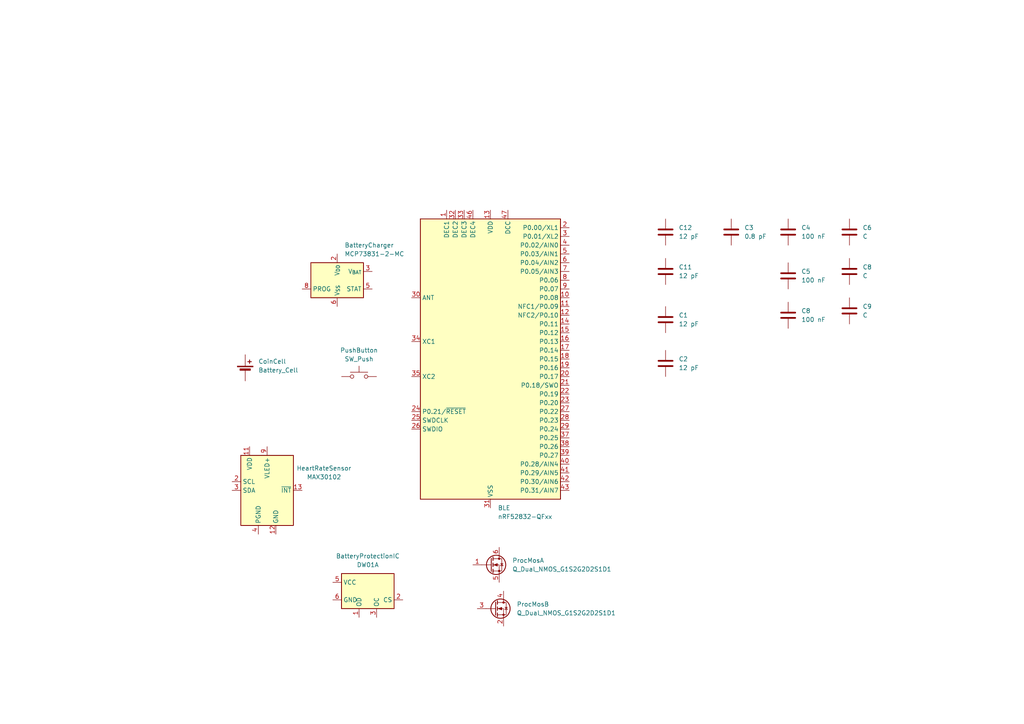
<source format=kicad_sch>
(kicad_sch
	(version 20250114)
	(generator "eeschema")
	(generator_version "9.0")
	(uuid "2733e6f4-4278-4ac9-9256-31a7c9365abf")
	(paper "A4")
	(title_block
		(title "vitality-checker")
		(date "2025-07-17")
		(rev "0")
	)
	(lib_symbols
		(symbol "Battery_Management:DW01A"
			(exclude_from_sim no)
			(in_bom yes)
			(on_board yes)
			(property "Reference" "U"
				(at -6.604 6.35 0)
				(effects
					(font
						(size 1.27 1.27)
					)
				)
			)
			(property "Value" "DW01A"
				(at 4.318 6.604 0)
				(effects
					(font
						(size 1.27 1.27)
					)
				)
			)
			(property "Footprint" "Package_TO_SOT_SMD:SOT-23-6"
				(at 0 0 0)
				(effects
					(font
						(size 1.27 1.27)
					)
					(hide yes)
				)
			)
			(property "Datasheet" "https://hmsemi.com/downfile/DW01A.PDF"
				(at 0 0 0)
				(effects
					(font
						(size 1.27 1.27)
					)
					(hide yes)
				)
			)
			(property "Description" "Overcharge, overcurrent and overdischarge protection IC for single cell lithium-ion/polymer battery"
				(at 0.254 1.524 0)
				(effects
					(font
						(size 1.27 1.27)
					)
					(hide yes)
				)
			)
			(property "ki_keywords" "battery protection li-ion lipo overcurrent overdischarge overcharge"
				(at 0 0 0)
				(effects
					(font
						(size 1.27 1.27)
					)
					(hide yes)
				)
			)
			(property "ki_fp_filters" "SOT?23*"
				(at 0 0 0)
				(effects
					(font
						(size 1.27 1.27)
					)
					(hide yes)
				)
			)
			(symbol "DW01A_0_1"
				(pin power_in line
					(at -10.16 2.54 0)
					(length 2.54)
					(name "VCC"
						(effects
							(font
								(size 1.27 1.27)
							)
						)
					)
					(number "5"
						(effects
							(font
								(size 1.27 1.27)
							)
						)
					)
				)
				(pin power_in line
					(at -10.16 -2.54 0)
					(length 2.54)
					(name "GND"
						(effects
							(font
								(size 1.27 1.27)
							)
						)
					)
					(number "6"
						(effects
							(font
								(size 1.27 1.27)
							)
						)
					)
				)
				(pin output line
					(at -2.54 -7.62 90)
					(length 2.54)
					(name "OD"
						(effects
							(font
								(size 1.27 1.27)
							)
						)
					)
					(number "1"
						(effects
							(font
								(size 1.27 1.27)
							)
						)
					)
				)
				(pin output line
					(at 2.54 -7.62 90)
					(length 2.54)
					(name "OC"
						(effects
							(font
								(size 1.27 1.27)
							)
						)
					)
					(number "3"
						(effects
							(font
								(size 1.27 1.27)
							)
						)
					)
				)
				(pin input line
					(at 10.16 -2.54 180)
					(length 2.54)
					(name "CS"
						(effects
							(font
								(size 1.27 1.27)
							)
						)
					)
					(number "2"
						(effects
							(font
								(size 1.27 1.27)
							)
						)
					)
				)
			)
			(symbol "DW01A_1_1"
				(rectangle
					(start -7.62 5.08)
					(end 7.62 -5.08)
					(stroke
						(width 0.254)
						(type default)
					)
					(fill
						(type background)
					)
				)
				(pin no_connect line
					(at 10.16 2.54 180)
					(length 2.54)
					(hide yes)
					(name "TD"
						(effects
							(font
								(size 1.27 1.27)
							)
						)
					)
					(number "4"
						(effects
							(font
								(size 1.27 1.27)
							)
						)
					)
				)
			)
			(embedded_fonts no)
		)
		(symbol "Battery_Management:MCP73831-2-MC"
			(exclude_from_sim no)
			(in_bom yes)
			(on_board yes)
			(property "Reference" "U"
				(at -7.62 6.35 0)
				(effects
					(font
						(size 1.27 1.27)
					)
					(justify left)
				)
			)
			(property "Value" "MCP73831-2-MC"
				(at 1.27 6.35 0)
				(effects
					(font
						(size 1.27 1.27)
					)
					(justify left)
				)
			)
			(property "Footprint" "Package_DFN_QFN:DFN-8-1EP_3x2mm_P0.5mm_EP1.7x1.4mm"
				(at 1.27 -6.35 0)
				(effects
					(font
						(size 1.27 1.27)
						(italic yes)
					)
					(justify left)
					(hide yes)
				)
			)
			(property "Datasheet" "http://ww1.microchip.com/downloads/en/DeviceDoc/20001984g.pdf"
				(at -3.81 -1.27 0)
				(effects
					(font
						(size 1.27 1.27)
					)
					(hide yes)
				)
			)
			(property "Description" "Single cell, Li-Ion/Li-Po charge management controller, 4.20V, Tri-State Status Output, in DFN-8 package"
				(at 0 0 0)
				(effects
					(font
						(size 1.27 1.27)
					)
					(hide yes)
				)
			)
			(property "ki_keywords" "battery charger lithium"
				(at 0 0 0)
				(effects
					(font
						(size 1.27 1.27)
					)
					(hide yes)
				)
			)
			(property "ki_fp_filters" "DFN*3x2mm*P0.5mm*EP1.7x1.4mm*"
				(at 0 0 0)
				(effects
					(font
						(size 1.27 1.27)
					)
					(hide yes)
				)
			)
			(symbol "MCP73831-2-MC_0_1"
				(rectangle
					(start -7.62 5.08)
					(end 7.62 -5.08)
					(stroke
						(width 0.254)
						(type default)
					)
					(fill
						(type background)
					)
				)
			)
			(symbol "MCP73831-2-MC_1_1"
				(pin input line
					(at -10.16 -2.54 0)
					(length 2.54)
					(name "PROG"
						(effects
							(font
								(size 1.27 1.27)
							)
						)
					)
					(number "8"
						(effects
							(font
								(size 1.27 1.27)
							)
						)
					)
				)
				(pin no_connect line
					(at -7.62 2.54 0)
					(length 2.54)
					(hide yes)
					(name "NC"
						(effects
							(font
								(size 1.27 1.27)
							)
						)
					)
					(number "7"
						(effects
							(font
								(size 1.27 1.27)
							)
						)
					)
				)
				(pin passive line
					(at 0 7.62 270)
					(length 2.54)
					(hide yes)
					(name "V_{DD}"
						(effects
							(font
								(size 1.27 1.27)
							)
						)
					)
					(number "1"
						(effects
							(font
								(size 1.27 1.27)
							)
						)
					)
				)
				(pin power_in line
					(at 0 7.62 270)
					(length 2.54)
					(name "V_{DD}"
						(effects
							(font
								(size 1.27 1.27)
							)
						)
					)
					(number "2"
						(effects
							(font
								(size 1.27 1.27)
							)
						)
					)
				)
				(pin power_in line
					(at 0 -7.62 90)
					(length 2.54)
					(name "V_{SS}"
						(effects
							(font
								(size 1.27 1.27)
							)
						)
					)
					(number "6"
						(effects
							(font
								(size 1.27 1.27)
							)
						)
					)
				)
				(pin power_out line
					(at 10.16 2.54 180)
					(length 2.54)
					(name "V_{BAT}"
						(effects
							(font
								(size 1.27 1.27)
							)
						)
					)
					(number "3"
						(effects
							(font
								(size 1.27 1.27)
							)
						)
					)
				)
				(pin passive line
					(at 10.16 2.54 180)
					(length 2.54)
					(hide yes)
					(name "V_{BAT}"
						(effects
							(font
								(size 1.27 1.27)
							)
						)
					)
					(number "4"
						(effects
							(font
								(size 1.27 1.27)
							)
						)
					)
				)
				(pin tri_state line
					(at 10.16 -2.54 180)
					(length 2.54)
					(name "STAT"
						(effects
							(font
								(size 1.27 1.27)
							)
						)
					)
					(number "5"
						(effects
							(font
								(size 1.27 1.27)
							)
						)
					)
				)
			)
			(embedded_fonts no)
		)
		(symbol "Device:Battery_Cell"
			(pin_numbers
				(hide yes)
			)
			(pin_names
				(offset 0)
				(hide yes)
			)
			(exclude_from_sim no)
			(in_bom yes)
			(on_board yes)
			(property "Reference" "BT"
				(at 2.54 2.54 0)
				(effects
					(font
						(size 1.27 1.27)
					)
					(justify left)
				)
			)
			(property "Value" "Battery_Cell"
				(at 2.54 0 0)
				(effects
					(font
						(size 1.27 1.27)
					)
					(justify left)
				)
			)
			(property "Footprint" ""
				(at 0 1.524 90)
				(effects
					(font
						(size 1.27 1.27)
					)
					(hide yes)
				)
			)
			(property "Datasheet" "~"
				(at 0 1.524 90)
				(effects
					(font
						(size 1.27 1.27)
					)
					(hide yes)
				)
			)
			(property "Description" "Single-cell battery"
				(at 0 0 0)
				(effects
					(font
						(size 1.27 1.27)
					)
					(hide yes)
				)
			)
			(property "ki_keywords" "battery cell"
				(at 0 0 0)
				(effects
					(font
						(size 1.27 1.27)
					)
					(hide yes)
				)
			)
			(symbol "Battery_Cell_0_1"
				(rectangle
					(start -2.286 1.778)
					(end 2.286 1.524)
					(stroke
						(width 0)
						(type default)
					)
					(fill
						(type outline)
					)
				)
				(rectangle
					(start -1.524 1.016)
					(end 1.524 0.508)
					(stroke
						(width 0)
						(type default)
					)
					(fill
						(type outline)
					)
				)
				(polyline
					(pts
						(xy 0 1.778) (xy 0 2.54)
					)
					(stroke
						(width 0)
						(type default)
					)
					(fill
						(type none)
					)
				)
				(polyline
					(pts
						(xy 0 0.762) (xy 0 0)
					)
					(stroke
						(width 0)
						(type default)
					)
					(fill
						(type none)
					)
				)
				(polyline
					(pts
						(xy 0.762 3.048) (xy 1.778 3.048)
					)
					(stroke
						(width 0.254)
						(type default)
					)
					(fill
						(type none)
					)
				)
				(polyline
					(pts
						(xy 1.27 3.556) (xy 1.27 2.54)
					)
					(stroke
						(width 0.254)
						(type default)
					)
					(fill
						(type none)
					)
				)
			)
			(symbol "Battery_Cell_1_1"
				(pin passive line
					(at 0 5.08 270)
					(length 2.54)
					(name "+"
						(effects
							(font
								(size 1.27 1.27)
							)
						)
					)
					(number "1"
						(effects
							(font
								(size 1.27 1.27)
							)
						)
					)
				)
				(pin passive line
					(at 0 -2.54 90)
					(length 2.54)
					(name "-"
						(effects
							(font
								(size 1.27 1.27)
							)
						)
					)
					(number "2"
						(effects
							(font
								(size 1.27 1.27)
							)
						)
					)
				)
			)
			(embedded_fonts no)
		)
		(symbol "Device:C"
			(pin_numbers
				(hide yes)
			)
			(pin_names
				(offset 0.254)
			)
			(exclude_from_sim no)
			(in_bom yes)
			(on_board yes)
			(property "Reference" "C"
				(at 0.635 2.54 0)
				(effects
					(font
						(size 1.27 1.27)
					)
					(justify left)
				)
			)
			(property "Value" "C"
				(at 0.635 -2.54 0)
				(effects
					(font
						(size 1.27 1.27)
					)
					(justify left)
				)
			)
			(property "Footprint" ""
				(at 0.9652 -3.81 0)
				(effects
					(font
						(size 1.27 1.27)
					)
					(hide yes)
				)
			)
			(property "Datasheet" "~"
				(at 0 0 0)
				(effects
					(font
						(size 1.27 1.27)
					)
					(hide yes)
				)
			)
			(property "Description" "Unpolarized capacitor"
				(at 0 0 0)
				(effects
					(font
						(size 1.27 1.27)
					)
					(hide yes)
				)
			)
			(property "ki_keywords" "cap capacitor"
				(at 0 0 0)
				(effects
					(font
						(size 1.27 1.27)
					)
					(hide yes)
				)
			)
			(property "ki_fp_filters" "C_*"
				(at 0 0 0)
				(effects
					(font
						(size 1.27 1.27)
					)
					(hide yes)
				)
			)
			(symbol "C_0_1"
				(polyline
					(pts
						(xy -2.032 0.762) (xy 2.032 0.762)
					)
					(stroke
						(width 0.508)
						(type default)
					)
					(fill
						(type none)
					)
				)
				(polyline
					(pts
						(xy -2.032 -0.762) (xy 2.032 -0.762)
					)
					(stroke
						(width 0.508)
						(type default)
					)
					(fill
						(type none)
					)
				)
			)
			(symbol "C_1_1"
				(pin passive line
					(at 0 3.81 270)
					(length 2.794)
					(name "~"
						(effects
							(font
								(size 1.27 1.27)
							)
						)
					)
					(number "1"
						(effects
							(font
								(size 1.27 1.27)
							)
						)
					)
				)
				(pin passive line
					(at 0 -3.81 90)
					(length 2.794)
					(name "~"
						(effects
							(font
								(size 1.27 1.27)
							)
						)
					)
					(number "2"
						(effects
							(font
								(size 1.27 1.27)
							)
						)
					)
				)
			)
			(embedded_fonts no)
		)
		(symbol "MCU_Nordic:nRF52832-QFxx"
			(exclude_from_sim no)
			(in_bom yes)
			(on_board yes)
			(property "Reference" "U"
				(at 0 1.27 0)
				(effects
					(font
						(size 1.27 1.27)
					)
				)
			)
			(property "Value" "nRF52832-QFxx"
				(at 0 -1.27 0)
				(effects
					(font
						(size 1.27 1.27)
					)
				)
			)
			(property "Footprint" "Package_DFN_QFN:QFN-48-1EP_6x6mm_P0.4mm_EP4.6x4.6mm"
				(at 0 -53.34 0)
				(effects
					(font
						(size 1.27 1.27)
					)
					(hide yes)
				)
			)
			(property "Datasheet" "http://infocenter.nordicsemi.com/pdf/nRF52832_PS_v1.4.pdf"
				(at -12.7 5.08 0)
				(effects
					(font
						(size 1.27 1.27)
					)
					(hide yes)
				)
			)
			(property "Description" "Multiprotocol BLE/2.4GHz Cortex-M4 SoC, QFN-48"
				(at 0 0 0)
				(effects
					(font
						(size 1.27 1.27)
					)
					(hide yes)
				)
			)
			(property "ki_keywords" "MCU ARM BLE 2.4GHz"
				(at 0 0 0)
				(effects
					(font
						(size 1.27 1.27)
					)
					(hide yes)
				)
			)
			(property "ki_fp_filters" "QFN*1EP*6x6mm*P0.4mm*"
				(at 0 0 0)
				(effects
					(font
						(size 1.27 1.27)
					)
					(hide yes)
				)
			)
			(symbol "nRF52832-QFxx_0_1"
				(rectangle
					(start -20.32 40.64)
					(end 20.32 -40.64)
					(stroke
						(width 0.254)
						(type default)
					)
					(fill
						(type background)
					)
				)
			)
			(symbol "nRF52832-QFxx_1_1"
				(pin passive line
					(at -22.86 17.78 0)
					(length 2.54)
					(name "ANT"
						(effects
							(font
								(size 1.27 1.27)
							)
						)
					)
					(number "30"
						(effects
							(font
								(size 1.27 1.27)
							)
						)
					)
				)
				(pin input line
					(at -22.86 5.08 0)
					(length 2.54)
					(name "XC1"
						(effects
							(font
								(size 1.27 1.27)
							)
						)
					)
					(number "34"
						(effects
							(font
								(size 1.27 1.27)
							)
						)
					)
				)
				(pin input line
					(at -22.86 -5.08 0)
					(length 2.54)
					(name "XC2"
						(effects
							(font
								(size 1.27 1.27)
							)
						)
					)
					(number "35"
						(effects
							(font
								(size 1.27 1.27)
							)
						)
					)
				)
				(pin bidirectional line
					(at -22.86 -15.24 0)
					(length 2.54)
					(name "P0.21/~{RESET}"
						(effects
							(font
								(size 1.27 1.27)
							)
						)
					)
					(number "24"
						(effects
							(font
								(size 1.27 1.27)
							)
						)
					)
				)
				(pin input line
					(at -22.86 -17.78 0)
					(length 2.54)
					(name "SWDCLK"
						(effects
							(font
								(size 1.27 1.27)
							)
						)
					)
					(number "25"
						(effects
							(font
								(size 1.27 1.27)
							)
						)
					)
				)
				(pin bidirectional line
					(at -22.86 -20.32 0)
					(length 2.54)
					(name "SWDIO"
						(effects
							(font
								(size 1.27 1.27)
							)
						)
					)
					(number "26"
						(effects
							(font
								(size 1.27 1.27)
							)
						)
					)
				)
				(pin no_connect line
					(at -20.32 -30.48 0)
					(length 2.54)
					(hide yes)
					(name "NC"
						(effects
							(font
								(size 1.27 1.27)
							)
						)
					)
					(number "44"
						(effects
							(font
								(size 1.27 1.27)
							)
						)
					)
				)
				(pin passive line
					(at -12.7 43.18 270)
					(length 2.54)
					(name "DEC1"
						(effects
							(font
								(size 1.27 1.27)
							)
						)
					)
					(number "1"
						(effects
							(font
								(size 1.27 1.27)
							)
						)
					)
				)
				(pin passive line
					(at -10.16 43.18 270)
					(length 2.54)
					(name "DEC2"
						(effects
							(font
								(size 1.27 1.27)
							)
						)
					)
					(number "32"
						(effects
							(font
								(size 1.27 1.27)
							)
						)
					)
				)
				(pin passive line
					(at -7.62 43.18 270)
					(length 2.54)
					(name "DEC3"
						(effects
							(font
								(size 1.27 1.27)
							)
						)
					)
					(number "33"
						(effects
							(font
								(size 1.27 1.27)
							)
						)
					)
				)
				(pin passive line
					(at -5.08 43.18 270)
					(length 2.54)
					(name "DEC4"
						(effects
							(font
								(size 1.27 1.27)
							)
						)
					)
					(number "46"
						(effects
							(font
								(size 1.27 1.27)
							)
						)
					)
				)
				(pin power_in line
					(at 0 43.18 270)
					(length 2.54)
					(name "VDD"
						(effects
							(font
								(size 1.27 1.27)
							)
						)
					)
					(number "13"
						(effects
							(font
								(size 1.27 1.27)
							)
						)
					)
				)
				(pin passive line
					(at 0 43.18 270)
					(length 2.54)
					(hide yes)
					(name "VDD"
						(effects
							(font
								(size 1.27 1.27)
							)
						)
					)
					(number "36"
						(effects
							(font
								(size 1.27 1.27)
							)
						)
					)
				)
				(pin passive line
					(at 0 43.18 270)
					(length 2.54)
					(hide yes)
					(name "VDD"
						(effects
							(font
								(size 1.27 1.27)
							)
						)
					)
					(number "48"
						(effects
							(font
								(size 1.27 1.27)
							)
						)
					)
				)
				(pin power_in line
					(at 0 -43.18 90)
					(length 2.54)
					(name "VSS"
						(effects
							(font
								(size 1.27 1.27)
							)
						)
					)
					(number "31"
						(effects
							(font
								(size 1.27 1.27)
							)
						)
					)
				)
				(pin passive line
					(at 0 -43.18 90)
					(length 2.54)
					(hide yes)
					(name "VSS"
						(effects
							(font
								(size 1.27 1.27)
							)
						)
					)
					(number "45"
						(effects
							(font
								(size 1.27 1.27)
							)
						)
					)
				)
				(pin passive line
					(at 0 -43.18 90)
					(length 2.54)
					(hide yes)
					(name "VSS"
						(effects
							(font
								(size 1.27 1.27)
							)
						)
					)
					(number "49"
						(effects
							(font
								(size 1.27 1.27)
							)
						)
					)
				)
				(pin power_out line
					(at 5.08 43.18 270)
					(length 2.54)
					(name "DCC"
						(effects
							(font
								(size 1.27 1.27)
							)
						)
					)
					(number "47"
						(effects
							(font
								(size 1.27 1.27)
							)
						)
					)
				)
				(pin bidirectional line
					(at 22.86 38.1 180)
					(length 2.54)
					(name "P0.00/XL1"
						(effects
							(font
								(size 1.27 1.27)
							)
						)
					)
					(number "2"
						(effects
							(font
								(size 1.27 1.27)
							)
						)
					)
				)
				(pin bidirectional line
					(at 22.86 35.56 180)
					(length 2.54)
					(name "P0.01/XL2"
						(effects
							(font
								(size 1.27 1.27)
							)
						)
					)
					(number "3"
						(effects
							(font
								(size 1.27 1.27)
							)
						)
					)
				)
				(pin bidirectional line
					(at 22.86 33.02 180)
					(length 2.54)
					(name "P0.02/AIN0"
						(effects
							(font
								(size 1.27 1.27)
							)
						)
					)
					(number "4"
						(effects
							(font
								(size 1.27 1.27)
							)
						)
					)
				)
				(pin bidirectional line
					(at 22.86 30.48 180)
					(length 2.54)
					(name "P0.03/AIN1"
						(effects
							(font
								(size 1.27 1.27)
							)
						)
					)
					(number "5"
						(effects
							(font
								(size 1.27 1.27)
							)
						)
					)
				)
				(pin bidirectional line
					(at 22.86 27.94 180)
					(length 2.54)
					(name "P0.04/AIN2"
						(effects
							(font
								(size 1.27 1.27)
							)
						)
					)
					(number "6"
						(effects
							(font
								(size 1.27 1.27)
							)
						)
					)
				)
				(pin bidirectional line
					(at 22.86 25.4 180)
					(length 2.54)
					(name "P0.05/AIN3"
						(effects
							(font
								(size 1.27 1.27)
							)
						)
					)
					(number "7"
						(effects
							(font
								(size 1.27 1.27)
							)
						)
					)
				)
				(pin bidirectional line
					(at 22.86 22.86 180)
					(length 2.54)
					(name "P0.06"
						(effects
							(font
								(size 1.27 1.27)
							)
						)
					)
					(number "8"
						(effects
							(font
								(size 1.27 1.27)
							)
						)
					)
				)
				(pin bidirectional line
					(at 22.86 20.32 180)
					(length 2.54)
					(name "P0.07"
						(effects
							(font
								(size 1.27 1.27)
							)
						)
					)
					(number "9"
						(effects
							(font
								(size 1.27 1.27)
							)
						)
					)
				)
				(pin bidirectional line
					(at 22.86 17.78 180)
					(length 2.54)
					(name "P0.08"
						(effects
							(font
								(size 1.27 1.27)
							)
						)
					)
					(number "10"
						(effects
							(font
								(size 1.27 1.27)
							)
						)
					)
				)
				(pin bidirectional line
					(at 22.86 15.24 180)
					(length 2.54)
					(name "NFC1/P0.09"
						(effects
							(font
								(size 1.27 1.27)
							)
						)
					)
					(number "11"
						(effects
							(font
								(size 1.27 1.27)
							)
						)
					)
				)
				(pin bidirectional line
					(at 22.86 12.7 180)
					(length 2.54)
					(name "NFC2/P0.10"
						(effects
							(font
								(size 1.27 1.27)
							)
						)
					)
					(number "12"
						(effects
							(font
								(size 1.27 1.27)
							)
						)
					)
				)
				(pin bidirectional line
					(at 22.86 10.16 180)
					(length 2.54)
					(name "P0.11"
						(effects
							(font
								(size 1.27 1.27)
							)
						)
					)
					(number "14"
						(effects
							(font
								(size 1.27 1.27)
							)
						)
					)
				)
				(pin bidirectional line
					(at 22.86 7.62 180)
					(length 2.54)
					(name "P0.12"
						(effects
							(font
								(size 1.27 1.27)
							)
						)
					)
					(number "15"
						(effects
							(font
								(size 1.27 1.27)
							)
						)
					)
				)
				(pin bidirectional line
					(at 22.86 5.08 180)
					(length 2.54)
					(name "P0.13"
						(effects
							(font
								(size 1.27 1.27)
							)
						)
					)
					(number "16"
						(effects
							(font
								(size 1.27 1.27)
							)
						)
					)
				)
				(pin bidirectional line
					(at 22.86 2.54 180)
					(length 2.54)
					(name "P0.14"
						(effects
							(font
								(size 1.27 1.27)
							)
						)
					)
					(number "17"
						(effects
							(font
								(size 1.27 1.27)
							)
						)
					)
				)
				(pin bidirectional line
					(at 22.86 0 180)
					(length 2.54)
					(name "P0.15"
						(effects
							(font
								(size 1.27 1.27)
							)
						)
					)
					(number "18"
						(effects
							(font
								(size 1.27 1.27)
							)
						)
					)
				)
				(pin bidirectional line
					(at 22.86 -2.54 180)
					(length 2.54)
					(name "P0.16"
						(effects
							(font
								(size 1.27 1.27)
							)
						)
					)
					(number "19"
						(effects
							(font
								(size 1.27 1.27)
							)
						)
					)
				)
				(pin bidirectional line
					(at 22.86 -5.08 180)
					(length 2.54)
					(name "P0.17"
						(effects
							(font
								(size 1.27 1.27)
							)
						)
					)
					(number "20"
						(effects
							(font
								(size 1.27 1.27)
							)
						)
					)
				)
				(pin bidirectional line
					(at 22.86 -7.62 180)
					(length 2.54)
					(name "P0.18/SWO"
						(effects
							(font
								(size 1.27 1.27)
							)
						)
					)
					(number "21"
						(effects
							(font
								(size 1.27 1.27)
							)
						)
					)
				)
				(pin bidirectional line
					(at 22.86 -10.16 180)
					(length 2.54)
					(name "P0.19"
						(effects
							(font
								(size 1.27 1.27)
							)
						)
					)
					(number "22"
						(effects
							(font
								(size 1.27 1.27)
							)
						)
					)
				)
				(pin bidirectional line
					(at 22.86 -12.7 180)
					(length 2.54)
					(name "P0.20"
						(effects
							(font
								(size 1.27 1.27)
							)
						)
					)
					(number "23"
						(effects
							(font
								(size 1.27 1.27)
							)
						)
					)
				)
				(pin bidirectional line
					(at 22.86 -15.24 180)
					(length 2.54)
					(name "P0.22"
						(effects
							(font
								(size 1.27 1.27)
							)
						)
					)
					(number "27"
						(effects
							(font
								(size 1.27 1.27)
							)
						)
					)
				)
				(pin bidirectional line
					(at 22.86 -17.78 180)
					(length 2.54)
					(name "P0.23"
						(effects
							(font
								(size 1.27 1.27)
							)
						)
					)
					(number "28"
						(effects
							(font
								(size 1.27 1.27)
							)
						)
					)
				)
				(pin bidirectional line
					(at 22.86 -20.32 180)
					(length 2.54)
					(name "P0.24"
						(effects
							(font
								(size 1.27 1.27)
							)
						)
					)
					(number "29"
						(effects
							(font
								(size 1.27 1.27)
							)
						)
					)
				)
				(pin bidirectional line
					(at 22.86 -22.86 180)
					(length 2.54)
					(name "P0.25"
						(effects
							(font
								(size 1.27 1.27)
							)
						)
					)
					(number "37"
						(effects
							(font
								(size 1.27 1.27)
							)
						)
					)
				)
				(pin bidirectional line
					(at 22.86 -25.4 180)
					(length 2.54)
					(name "P0.26"
						(effects
							(font
								(size 1.27 1.27)
							)
						)
					)
					(number "38"
						(effects
							(font
								(size 1.27 1.27)
							)
						)
					)
				)
				(pin bidirectional line
					(at 22.86 -27.94 180)
					(length 2.54)
					(name "P0.27"
						(effects
							(font
								(size 1.27 1.27)
							)
						)
					)
					(number "39"
						(effects
							(font
								(size 1.27 1.27)
							)
						)
					)
				)
				(pin bidirectional line
					(at 22.86 -30.48 180)
					(length 2.54)
					(name "P0.28/AIN4"
						(effects
							(font
								(size 1.27 1.27)
							)
						)
					)
					(number "40"
						(effects
							(font
								(size 1.27 1.27)
							)
						)
					)
				)
				(pin bidirectional line
					(at 22.86 -33.02 180)
					(length 2.54)
					(name "P0.29/AIN5"
						(effects
							(font
								(size 1.27 1.27)
							)
						)
					)
					(number "41"
						(effects
							(font
								(size 1.27 1.27)
							)
						)
					)
				)
				(pin bidirectional line
					(at 22.86 -35.56 180)
					(length 2.54)
					(name "P0.30/AIN6"
						(effects
							(font
								(size 1.27 1.27)
							)
						)
					)
					(number "42"
						(effects
							(font
								(size 1.27 1.27)
							)
						)
					)
				)
				(pin bidirectional line
					(at 22.86 -38.1 180)
					(length 2.54)
					(name "P0.31/AIN7"
						(effects
							(font
								(size 1.27 1.27)
							)
						)
					)
					(number "43"
						(effects
							(font
								(size 1.27 1.27)
							)
						)
					)
				)
			)
			(embedded_fonts no)
		)
		(symbol "Sensor:MAX30102"
			(exclude_from_sim no)
			(in_bom yes)
			(on_board yes)
			(property "Reference" "U"
				(at 7.62 15.24 0)
				(effects
					(font
						(size 1.27 1.27)
					)
				)
			)
			(property "Value" "MAX30102"
				(at 7.62 12.7 0)
				(effects
					(font
						(size 1.27 1.27)
					)
				)
			)
			(property "Footprint" "OptoDevice:Maxim_OLGA-14_3.3x5.6mm_P0.8mm"
				(at 0 -2.54 0)
				(effects
					(font
						(size 1.27 1.27)
					)
					(hide yes)
				)
			)
			(property "Datasheet" "https://datasheets.maximintegrated.com/en/ds/MAX30102.pdf"
				(at 0 0 0)
				(effects
					(font
						(size 1.27 1.27)
					)
					(hide yes)
				)
			)
			(property "Description" "Heart Rate Sensor, 14-OLGA"
				(at 0 0 0)
				(effects
					(font
						(size 1.27 1.27)
					)
					(hide yes)
				)
			)
			(property "ki_keywords" "Heart Rate"
				(at 0 0 0)
				(effects
					(font
						(size 1.27 1.27)
					)
					(hide yes)
				)
			)
			(property "ki_fp_filters" "Maxim*OLGA*3.3x5.6mm*P0.8mm*"
				(at 0 0 0)
				(effects
					(font
						(size 1.27 1.27)
					)
					(hide yes)
				)
			)
			(symbol "MAX30102_0_1"
				(rectangle
					(start -7.62 10.16)
					(end 7.62 -10.16)
					(stroke
						(width 0.254)
						(type default)
					)
					(fill
						(type background)
					)
				)
			)
			(symbol "MAX30102_1_1"
				(pin input line
					(at -10.16 2.54 0)
					(length 2.54)
					(name "SCL"
						(effects
							(font
								(size 1.27 1.27)
							)
						)
					)
					(number "2"
						(effects
							(font
								(size 1.27 1.27)
							)
						)
					)
				)
				(pin bidirectional line
					(at -10.16 0 0)
					(length 2.54)
					(name "SDA"
						(effects
							(font
								(size 1.27 1.27)
							)
						)
					)
					(number "3"
						(effects
							(font
								(size 1.27 1.27)
							)
						)
					)
				)
				(pin no_connect line
					(at -7.62 5.08 0)
					(length 2.54)
					(hide yes)
					(name "NC"
						(effects
							(font
								(size 1.27 1.27)
							)
						)
					)
					(number "1"
						(effects
							(font
								(size 1.27 1.27)
							)
						)
					)
				)
				(pin no_connect line
					(at -7.62 -2.54 0)
					(length 2.54)
					(hide yes)
					(name "NC"
						(effects
							(font
								(size 1.27 1.27)
							)
						)
					)
					(number "7"
						(effects
							(font
								(size 1.27 1.27)
							)
						)
					)
				)
				(pin power_in line
					(at -5.08 12.7 270)
					(length 2.54)
					(name "VDD"
						(effects
							(font
								(size 1.27 1.27)
							)
						)
					)
					(number "11"
						(effects
							(font
								(size 1.27 1.27)
							)
						)
					)
				)
				(pin power_in line
					(at -2.54 -12.7 90)
					(length 2.54)
					(name "PGND"
						(effects
							(font
								(size 1.27 1.27)
							)
						)
					)
					(number "4"
						(effects
							(font
								(size 1.27 1.27)
							)
						)
					)
				)
				(pin passive line
					(at 0 12.7 270)
					(length 2.54)
					(hide yes)
					(name "VLED+"
						(effects
							(font
								(size 1.27 1.27)
							)
						)
					)
					(number "10"
						(effects
							(font
								(size 1.27 1.27)
							)
						)
					)
				)
				(pin power_in line
					(at 0 12.7 270)
					(length 2.54)
					(name "VLED+"
						(effects
							(font
								(size 1.27 1.27)
							)
						)
					)
					(number "9"
						(effects
							(font
								(size 1.27 1.27)
							)
						)
					)
				)
				(pin power_in line
					(at 2.54 -12.7 90)
					(length 2.54)
					(name "GND"
						(effects
							(font
								(size 1.27 1.27)
							)
						)
					)
					(number "12"
						(effects
							(font
								(size 1.27 1.27)
							)
						)
					)
				)
				(pin no_connect line
					(at 7.62 5.08 180)
					(length 2.54)
					(hide yes)
					(name "NC"
						(effects
							(font
								(size 1.27 1.27)
							)
						)
					)
					(number "8"
						(effects
							(font
								(size 1.27 1.27)
							)
						)
					)
				)
				(pin no_connect line
					(at 7.62 2.54 180)
					(length 2.54)
					(hide yes)
					(name "NC"
						(effects
							(font
								(size 1.27 1.27)
							)
						)
					)
					(number "14"
						(effects
							(font
								(size 1.27 1.27)
							)
						)
					)
				)
				(pin no_connect line
					(at 7.62 -5.08 180)
					(length 2.54)
					(hide yes)
					(name "NC"
						(effects
							(font
								(size 1.27 1.27)
							)
						)
					)
					(number "6"
						(effects
							(font
								(size 1.27 1.27)
							)
						)
					)
				)
				(pin no_connect line
					(at 7.62 -7.62 180)
					(length 2.54)
					(hide yes)
					(name "NC"
						(effects
							(font
								(size 1.27 1.27)
							)
						)
					)
					(number "5"
						(effects
							(font
								(size 1.27 1.27)
							)
						)
					)
				)
				(pin output line
					(at 10.16 0 180)
					(length 2.54)
					(name "~{INT}"
						(effects
							(font
								(size 1.27 1.27)
							)
						)
					)
					(number "13"
						(effects
							(font
								(size 1.27 1.27)
							)
						)
					)
				)
			)
			(embedded_fonts no)
		)
		(symbol "Switch:SW_Push"
			(pin_numbers
				(hide yes)
			)
			(pin_names
				(offset 1.016)
				(hide yes)
			)
			(exclude_from_sim no)
			(in_bom yes)
			(on_board yes)
			(property "Reference" "SW"
				(at 1.27 2.54 0)
				(effects
					(font
						(size 1.27 1.27)
					)
					(justify left)
				)
			)
			(property "Value" "SW_Push"
				(at 0 -1.524 0)
				(effects
					(font
						(size 1.27 1.27)
					)
				)
			)
			(property "Footprint" ""
				(at 0 5.08 0)
				(effects
					(font
						(size 1.27 1.27)
					)
					(hide yes)
				)
			)
			(property "Datasheet" "~"
				(at 0 5.08 0)
				(effects
					(font
						(size 1.27 1.27)
					)
					(hide yes)
				)
			)
			(property "Description" "Push button switch, generic, two pins"
				(at 0 0 0)
				(effects
					(font
						(size 1.27 1.27)
					)
					(hide yes)
				)
			)
			(property "ki_keywords" "switch normally-open pushbutton push-button"
				(at 0 0 0)
				(effects
					(font
						(size 1.27 1.27)
					)
					(hide yes)
				)
			)
			(symbol "SW_Push_0_1"
				(circle
					(center -2.032 0)
					(radius 0.508)
					(stroke
						(width 0)
						(type default)
					)
					(fill
						(type none)
					)
				)
				(polyline
					(pts
						(xy 0 1.27) (xy 0 3.048)
					)
					(stroke
						(width 0)
						(type default)
					)
					(fill
						(type none)
					)
				)
				(circle
					(center 2.032 0)
					(radius 0.508)
					(stroke
						(width 0)
						(type default)
					)
					(fill
						(type none)
					)
				)
				(polyline
					(pts
						(xy 2.54 1.27) (xy -2.54 1.27)
					)
					(stroke
						(width 0)
						(type default)
					)
					(fill
						(type none)
					)
				)
				(pin passive line
					(at -5.08 0 0)
					(length 2.54)
					(name "1"
						(effects
							(font
								(size 1.27 1.27)
							)
						)
					)
					(number "1"
						(effects
							(font
								(size 1.27 1.27)
							)
						)
					)
				)
				(pin passive line
					(at 5.08 0 180)
					(length 2.54)
					(name "2"
						(effects
							(font
								(size 1.27 1.27)
							)
						)
					)
					(number "2"
						(effects
							(font
								(size 1.27 1.27)
							)
						)
					)
				)
			)
			(embedded_fonts no)
		)
		(symbol "Transistor_FET:Q_Dual_NMOS_G1S2G2D2S1D1"
			(pin_names
				(offset 0)
				(hide yes)
			)
			(exclude_from_sim no)
			(in_bom yes)
			(on_board yes)
			(property "Reference" "Q"
				(at 5.08 1.905 0)
				(effects
					(font
						(size 1.27 1.27)
					)
					(justify left)
				)
			)
			(property "Value" "Q_Dual_NMOS_G1S2G2D2S1D1"
				(at 5.08 0 0)
				(effects
					(font
						(size 1.27 1.27)
					)
					(justify left)
				)
			)
			(property "Footprint" ""
				(at 5.08 0 0)
				(effects
					(font
						(size 1.27 1.27)
					)
					(hide yes)
				)
			)
			(property "Datasheet" "~"
				(at 5.08 0 0)
				(effects
					(font
						(size 1.27 1.27)
					)
					(hide yes)
				)
			)
			(property "Description" "Dual NMOS transistor, 6 pin package"
				(at 0 0 0)
				(effects
					(font
						(size 1.27 1.27)
					)
					(hide yes)
				)
			)
			(property "ki_keywords" "transistor NMOS N-MOS N-MOSFET"
				(at 0 0 0)
				(effects
					(font
						(size 1.27 1.27)
					)
					(hide yes)
				)
			)
			(symbol "Q_Dual_NMOS_G1S2G2D2S1D1_0_1"
				(polyline
					(pts
						(xy 0.254 1.905) (xy 0.254 -1.905)
					)
					(stroke
						(width 0.254)
						(type default)
					)
					(fill
						(type none)
					)
				)
				(polyline
					(pts
						(xy 0.254 0) (xy -2.54 0)
					)
					(stroke
						(width 0)
						(type default)
					)
					(fill
						(type none)
					)
				)
				(polyline
					(pts
						(xy 0.762 2.286) (xy 0.762 1.27)
					)
					(stroke
						(width 0.254)
						(type default)
					)
					(fill
						(type none)
					)
				)
				(polyline
					(pts
						(xy 0.762 0.508) (xy 0.762 -0.508)
					)
					(stroke
						(width 0.254)
						(type default)
					)
					(fill
						(type none)
					)
				)
				(polyline
					(pts
						(xy 0.762 -1.27) (xy 0.762 -2.286)
					)
					(stroke
						(width 0.254)
						(type default)
					)
					(fill
						(type none)
					)
				)
				(polyline
					(pts
						(xy 0.762 -1.778) (xy 3.302 -1.778) (xy 3.302 1.778) (xy 0.762 1.778)
					)
					(stroke
						(width 0)
						(type default)
					)
					(fill
						(type none)
					)
				)
				(polyline
					(pts
						(xy 1.016 0) (xy 2.032 0.381) (xy 2.032 -0.381) (xy 1.016 0)
					)
					(stroke
						(width 0)
						(type default)
					)
					(fill
						(type outline)
					)
				)
				(circle
					(center 1.651 0)
					(radius 2.794)
					(stroke
						(width 0.254)
						(type default)
					)
					(fill
						(type none)
					)
				)
				(polyline
					(pts
						(xy 2.54 2.54) (xy 2.54 1.778)
					)
					(stroke
						(width 0)
						(type default)
					)
					(fill
						(type none)
					)
				)
				(circle
					(center 2.54 1.778)
					(radius 0.254)
					(stroke
						(width 0)
						(type default)
					)
					(fill
						(type outline)
					)
				)
				(circle
					(center 2.54 -1.778)
					(radius 0.254)
					(stroke
						(width 0)
						(type default)
					)
					(fill
						(type outline)
					)
				)
				(polyline
					(pts
						(xy 2.54 -2.54) (xy 2.54 0) (xy 0.762 0)
					)
					(stroke
						(width 0)
						(type default)
					)
					(fill
						(type none)
					)
				)
				(polyline
					(pts
						(xy 2.921 0.381) (xy 3.683 0.381)
					)
					(stroke
						(width 0)
						(type default)
					)
					(fill
						(type none)
					)
				)
				(polyline
					(pts
						(xy 3.302 0.381) (xy 2.921 -0.254) (xy 3.683 -0.254) (xy 3.302 0.381)
					)
					(stroke
						(width 0)
						(type default)
					)
					(fill
						(type none)
					)
				)
			)
			(symbol "Q_Dual_NMOS_G1S2G2D2S1D1_1_1"
				(pin input line
					(at -5.08 0 0)
					(length 2.54)
					(name "G"
						(effects
							(font
								(size 1.27 1.27)
							)
						)
					)
					(number "1"
						(effects
							(font
								(size 1.27 1.27)
							)
						)
					)
				)
				(pin passive line
					(at 2.54 5.08 270)
					(length 2.54)
					(name "D"
						(effects
							(font
								(size 1.27 1.27)
							)
						)
					)
					(number "6"
						(effects
							(font
								(size 1.27 1.27)
							)
						)
					)
				)
				(pin passive line
					(at 2.54 -5.08 90)
					(length 2.54)
					(name "S"
						(effects
							(font
								(size 1.27 1.27)
							)
						)
					)
					(number "5"
						(effects
							(font
								(size 1.27 1.27)
							)
						)
					)
				)
			)
			(symbol "Q_Dual_NMOS_G1S2G2D2S1D1_2_1"
				(pin input line
					(at -5.08 0 0)
					(length 2.54)
					(name "G"
						(effects
							(font
								(size 1.27 1.27)
							)
						)
					)
					(number "3"
						(effects
							(font
								(size 1.27 1.27)
							)
						)
					)
				)
				(pin passive line
					(at 2.54 5.08 270)
					(length 2.54)
					(name "D"
						(effects
							(font
								(size 1.27 1.27)
							)
						)
					)
					(number "4"
						(effects
							(font
								(size 1.27 1.27)
							)
						)
					)
				)
				(pin passive line
					(at 2.54 -5.08 90)
					(length 2.54)
					(name "S"
						(effects
							(font
								(size 1.27 1.27)
							)
						)
					)
					(number "2"
						(effects
							(font
								(size 1.27 1.27)
							)
						)
					)
				)
			)
			(embedded_fonts no)
		)
	)
	(symbol
		(lib_id "Device:C")
		(at 193.04 78.74 0)
		(unit 1)
		(exclude_from_sim no)
		(in_bom yes)
		(on_board yes)
		(dnp no)
		(fields_autoplaced yes)
		(uuid "079fbfd3-b56e-4634-851d-6fd8ec63c8ad")
		(property "Reference" "C11"
			(at 196.85 77.4699 0)
			(effects
				(font
					(size 1.27 1.27)
				)
				(justify left)
			)
		)
		(property "Value" "12 pF"
			(at 196.85 80.0099 0)
			(effects
				(font
					(size 1.27 1.27)
				)
				(justify left)
			)
		)
		(property "Footprint" ""
			(at 194.0052 82.55 0)
			(effects
				(font
					(size 1.27 1.27)
				)
				(hide yes)
			)
		)
		(property "Datasheet" "~"
			(at 193.04 78.74 0)
			(effects
				(font
					(size 1.27 1.27)
				)
				(hide yes)
			)
		)
		(property "Description" "Unpolarized capacitor"
			(at 193.04 78.74 0)
			(effects
				(font
					(size 1.27 1.27)
				)
				(hide yes)
			)
		)
		(pin "2"
			(uuid "9069f8dd-0ee9-4b82-8c32-1e35affbd87b")
		)
		(pin "1"
			(uuid "d4cd82dc-e4fb-4db5-b5e3-f01918e8f1ad")
		)
		(instances
			(project ""
				(path "/2733e6f4-4278-4ac9-9256-31a7c9365abf"
					(reference "C11")
					(unit 1)
				)
			)
		)
	)
	(symbol
		(lib_id "Switch:SW_Push")
		(at 104.14 109.22 0)
		(unit 1)
		(exclude_from_sim no)
		(in_bom yes)
		(on_board yes)
		(dnp no)
		(fields_autoplaced yes)
		(uuid "0dc5477e-2a01-4931-89c5-7856141beba6")
		(property "Reference" "PushButton"
			(at 104.14 101.6 0)
			(effects
				(font
					(size 1.27 1.27)
				)
			)
		)
		(property "Value" "SW_Push"
			(at 104.14 104.14 0)
			(effects
				(font
					(size 1.27 1.27)
				)
			)
		)
		(property "Footprint" ""
			(at 104.14 104.14 0)
			(effects
				(font
					(size 1.27 1.27)
				)
				(hide yes)
			)
		)
		(property "Datasheet" "~"
			(at 104.14 104.14 0)
			(effects
				(font
					(size 1.27 1.27)
				)
				(hide yes)
			)
		)
		(property "Description" "Push button switch, generic, two pins"
			(at 104.14 109.22 0)
			(effects
				(font
					(size 1.27 1.27)
				)
				(hide yes)
			)
		)
		(pin "2"
			(uuid "a3cfa328-bdca-4729-a491-415664165b5e")
		)
		(pin "1"
			(uuid "1c43f472-1559-4476-ad57-3329a8e15687")
		)
		(instances
			(project ""
				(path "/2733e6f4-4278-4ac9-9256-31a7c9365abf"
					(reference "PushButton")
					(unit 1)
				)
			)
		)
	)
	(symbol
		(lib_id "Device:C")
		(at 212.09 67.31 0)
		(unit 1)
		(exclude_from_sim no)
		(in_bom yes)
		(on_board yes)
		(dnp no)
		(fields_autoplaced yes)
		(uuid "269150f2-fa47-4a25-b646-cfcb496c9f05")
		(property "Reference" "C3"
			(at 215.9 66.0399 0)
			(effects
				(font
					(size 1.27 1.27)
				)
				(justify left)
			)
		)
		(property "Value" "0.8 pF"
			(at 215.9 68.5799 0)
			(effects
				(font
					(size 1.27 1.27)
				)
				(justify left)
			)
		)
		(property "Footprint" ""
			(at 213.0552 71.12 0)
			(effects
				(font
					(size 1.27 1.27)
				)
				(hide yes)
			)
		)
		(property "Datasheet" "~"
			(at 212.09 67.31 0)
			(effects
				(font
					(size 1.27 1.27)
				)
				(hide yes)
			)
		)
		(property "Description" "Unpolarized capacitor"
			(at 212.09 67.31 0)
			(effects
				(font
					(size 1.27 1.27)
				)
				(hide yes)
			)
		)
		(pin "1"
			(uuid "715d84a8-f1f8-4900-9208-aae4fdce5e5a")
		)
		(pin "2"
			(uuid "83c5b15e-901c-48d7-9904-de80349e8f17")
		)
		(instances
			(project ""
				(path "/2733e6f4-4278-4ac9-9256-31a7c9365abf"
					(reference "C3")
					(unit 1)
				)
			)
		)
	)
	(symbol
		(lib_id "Device:C")
		(at 246.38 67.31 0)
		(unit 1)
		(exclude_from_sim no)
		(in_bom yes)
		(on_board yes)
		(dnp no)
		(fields_autoplaced yes)
		(uuid "295ff820-f67e-480a-8ec1-ebd74c2f0ab5")
		(property "Reference" "C6"
			(at 250.19 66.0399 0)
			(effects
				(font
					(size 1.27 1.27)
				)
				(justify left)
			)
		)
		(property "Value" "C"
			(at 250.19 68.5799 0)
			(effects
				(font
					(size 1.27 1.27)
				)
				(justify left)
			)
		)
		(property "Footprint" ""
			(at 247.3452 71.12 0)
			(effects
				(font
					(size 1.27 1.27)
				)
				(hide yes)
			)
		)
		(property "Datasheet" "~"
			(at 246.38 67.31 0)
			(effects
				(font
					(size 1.27 1.27)
				)
				(hide yes)
			)
		)
		(property "Description" "Unpolarized capacitor"
			(at 246.38 67.31 0)
			(effects
				(font
					(size 1.27 1.27)
				)
				(hide yes)
			)
		)
		(pin "2"
			(uuid "4346b06d-665a-4801-9771-7542ab837136")
		)
		(pin "1"
			(uuid "ebf1470b-1963-43ea-ad46-3238994082a4")
		)
		(instances
			(project ""
				(path "/2733e6f4-4278-4ac9-9256-31a7c9365abf"
					(reference "C6")
					(unit 1)
				)
			)
		)
	)
	(symbol
		(lib_id "Device:Battery_Cell")
		(at 71.12 107.95 0)
		(unit 1)
		(exclude_from_sim no)
		(in_bom yes)
		(on_board yes)
		(dnp no)
		(fields_autoplaced yes)
		(uuid "343c0bb4-f93e-4ab2-9f6f-1db7fa6b594f")
		(property "Reference" "CoinCell"
			(at 74.93 104.8384 0)
			(effects
				(font
					(size 1.27 1.27)
				)
				(justify left)
			)
		)
		(property "Value" "Battery_Cell"
			(at 74.93 107.3784 0)
			(effects
				(font
					(size 1.27 1.27)
				)
				(justify left)
			)
		)
		(property "Footprint" ""
			(at 71.12 106.426 90)
			(effects
				(font
					(size 1.27 1.27)
				)
				(hide yes)
			)
		)
		(property "Datasheet" "~"
			(at 71.12 106.426 90)
			(effects
				(font
					(size 1.27 1.27)
				)
				(hide yes)
			)
		)
		(property "Description" "Single-cell battery"
			(at 71.12 107.95 0)
			(effects
				(font
					(size 1.27 1.27)
				)
				(hide yes)
			)
		)
		(pin "2"
			(uuid "96aec685-0f41-4398-a1a7-7a3836ff00ba")
		)
		(pin "1"
			(uuid "dc6dce6e-be8d-44df-8a00-9b8e92f1e076")
		)
		(instances
			(project ""
				(path "/2733e6f4-4278-4ac9-9256-31a7c9365abf"
					(reference "CoinCell")
					(unit 1)
				)
			)
		)
	)
	(symbol
		(lib_id "Sensor:MAX30102")
		(at 77.47 142.24 0)
		(unit 1)
		(exclude_from_sim no)
		(in_bom yes)
		(on_board yes)
		(dnp no)
		(fields_autoplaced yes)
		(uuid "3a523a19-34c6-4456-a830-5a87a012abcc")
		(property "Reference" "HeartRateSensor"
			(at 93.98 135.8198 0)
			(effects
				(font
					(size 1.27 1.27)
				)
			)
		)
		(property "Value" "MAX30102"
			(at 93.98 138.3598 0)
			(effects
				(font
					(size 1.27 1.27)
				)
			)
		)
		(property "Footprint" "OptoDevice:Maxim_OLGA-14_3.3x5.6mm_P0.8mm"
			(at 77.47 144.78 0)
			(effects
				(font
					(size 1.27 1.27)
				)
				(hide yes)
			)
		)
		(property "Datasheet" "https://datasheets.maximintegrated.com/en/ds/MAX30102.pdf"
			(at 77.47 142.24 0)
			(effects
				(font
					(size 1.27 1.27)
				)
				(hide yes)
			)
		)
		(property "Description" "Heart Rate Sensor, 14-OLGA"
			(at 77.47 142.24 0)
			(effects
				(font
					(size 1.27 1.27)
				)
				(hide yes)
			)
		)
		(pin "12"
			(uuid "8b2f6f0b-a18e-4294-ba75-a92c1daa1718")
		)
		(pin "9"
			(uuid "05c75455-9e81-47d3-8d6e-d3534ff6ec53")
		)
		(pin "8"
			(uuid "35dcd4ea-f37f-4bbb-9951-aabd45621a88")
		)
		(pin "14"
			(uuid "fef3ca73-984c-4f6f-aead-925d0bba6488")
		)
		(pin "6"
			(uuid "26d34846-c5a1-4e62-b5cf-d95e8cdd0286")
		)
		(pin "5"
			(uuid "7bce7f22-ae5e-4eff-a31e-22b003e96bfe")
		)
		(pin "13"
			(uuid "1519280a-29f0-4f8e-9b48-dd21aff87028")
		)
		(pin "3"
			(uuid "47a0b9f6-c8bb-412d-8be5-b1486c8a16cb")
		)
		(pin "7"
			(uuid "c1d6e961-4189-4d4c-8110-29356c2645b5")
		)
		(pin "1"
			(uuid "dab4ebdf-f10b-49ea-8397-8b6cd1f5d303")
		)
		(pin "2"
			(uuid "721fb460-1ffb-42a5-90ff-64709daa5ff4")
		)
		(pin "11"
			(uuid "ea158572-00e3-46b0-9a92-720791d5d4f6")
		)
		(pin "4"
			(uuid "69d84d94-3e7b-40fd-980f-377c86120471")
		)
		(pin "10"
			(uuid "8b2d1522-a1af-450a-af29-8a40c89ae056")
		)
		(instances
			(project ""
				(path "/2733e6f4-4278-4ac9-9256-31a7c9365abf"
					(reference "HeartRateSensor")
					(unit 1)
				)
			)
		)
	)
	(symbol
		(lib_id "Device:C")
		(at 246.38 90.17 0)
		(unit 1)
		(exclude_from_sim no)
		(in_bom yes)
		(on_board yes)
		(dnp no)
		(fields_autoplaced yes)
		(uuid "618cd9d9-6bc8-4174-84a3-fb0866134175")
		(property "Reference" "C9"
			(at 250.19 88.8999 0)
			(effects
				(font
					(size 1.27 1.27)
				)
				(justify left)
			)
		)
		(property "Value" "C"
			(at 250.19 91.4399 0)
			(effects
				(font
					(size 1.27 1.27)
				)
				(justify left)
			)
		)
		(property "Footprint" ""
			(at 247.3452 93.98 0)
			(effects
				(font
					(size 1.27 1.27)
				)
				(hide yes)
			)
		)
		(property "Datasheet" "~"
			(at 246.38 90.17 0)
			(effects
				(font
					(size 1.27 1.27)
				)
				(hide yes)
			)
		)
		(property "Description" "Unpolarized capacitor"
			(at 246.38 90.17 0)
			(effects
				(font
					(size 1.27 1.27)
				)
				(hide yes)
			)
		)
		(pin "2"
			(uuid "4346b06d-665a-4801-9771-7542ab837137")
		)
		(pin "1"
			(uuid "ebf1470b-1963-43ea-ad46-3238994082a5")
		)
		(instances
			(project ""
				(path "/2733e6f4-4278-4ac9-9256-31a7c9365abf"
					(reference "C9")
					(unit 1)
				)
			)
		)
	)
	(symbol
		(lib_id "Battery_Management:DW01A")
		(at 106.68 171.45 0)
		(unit 1)
		(exclude_from_sim no)
		(in_bom yes)
		(on_board yes)
		(dnp no)
		(fields_autoplaced yes)
		(uuid "712ba78d-f9da-4cd6-bb78-d82793aa8a8d")
		(property "Reference" "BatteryProtectionIC"
			(at 106.68 161.29 0)
			(effects
				(font
					(size 1.27 1.27)
				)
			)
		)
		(property "Value" "DW01A"
			(at 106.68 163.83 0)
			(effects
				(font
					(size 1.27 1.27)
				)
			)
		)
		(property "Footprint" "Package_TO_SOT_SMD:SOT-23-6"
			(at 106.68 171.45 0)
			(effects
				(font
					(size 1.27 1.27)
				)
				(hide yes)
			)
		)
		(property "Datasheet" "https://hmsemi.com/downfile/DW01A.PDF"
			(at 106.68 171.45 0)
			(effects
				(font
					(size 1.27 1.27)
				)
				(hide yes)
			)
		)
		(property "Description" "Overcharge, overcurrent and overdischarge protection IC for single cell lithium-ion/polymer battery"
			(at 106.934 169.926 0)
			(effects
				(font
					(size 1.27 1.27)
				)
				(hide yes)
			)
		)
		(pin "1"
			(uuid "fe55d884-e0f4-4226-80c6-dccc7ace1f1c")
		)
		(pin "6"
			(uuid "2e956e93-2178-4095-8774-72edc000d642")
		)
		(pin "3"
			(uuid "2e4a78e5-b27d-4bae-b6eb-501ec7973bcc")
		)
		(pin "4"
			(uuid "050ad2b8-ae44-40af-b0ca-2ce50d437be5")
		)
		(pin "5"
			(uuid "1017632c-e84c-4165-b9fd-bd02fdd59bd9")
		)
		(pin "2"
			(uuid "4d8fd565-8c1a-4274-a89b-d1b64aa02abf")
		)
		(instances
			(project ""
				(path "/2733e6f4-4278-4ac9-9256-31a7c9365abf"
					(reference "BatteryProtectionIC")
					(unit 1)
				)
			)
		)
	)
	(symbol
		(lib_id "MCU_Nordic:nRF52832-QFxx")
		(at 142.24 104.14 0)
		(unit 1)
		(exclude_from_sim no)
		(in_bom yes)
		(on_board yes)
		(dnp no)
		(fields_autoplaced yes)
		(uuid "73fe4506-80ca-4af4-883f-31894db08171")
		(property "Reference" "BLE"
			(at 144.3833 147.32 0)
			(effects
				(font
					(size 1.27 1.27)
				)
				(justify left)
			)
		)
		(property "Value" "nRF52832-QFxx"
			(at 144.3833 149.86 0)
			(effects
				(font
					(size 1.27 1.27)
				)
				(justify left)
			)
		)
		(property "Footprint" "Package_DFN_QFN:QFN-48-1EP_6x6mm_P0.4mm_EP4.6x4.6mm"
			(at 142.24 157.48 0)
			(effects
				(font
					(size 1.27 1.27)
				)
				(hide yes)
			)
		)
		(property "Datasheet" "http://infocenter.nordicsemi.com/pdf/nRF52832_PS_v1.4.pdf"
			(at 129.54 99.06 0)
			(effects
				(font
					(size 1.27 1.27)
				)
				(hide yes)
			)
		)
		(property "Description" "Multiprotocol BLE/2.4GHz Cortex-M4 SoC, QFN-48"
			(at 142.24 104.14 0)
			(effects
				(font
					(size 1.27 1.27)
				)
				(hide yes)
			)
		)
		(pin "48"
			(uuid "9ee9f6af-df95-4adf-be4b-886b14a340ed")
		)
		(pin "4"
			(uuid "60d05cb8-e910-482a-a92e-6cbbb48d58a7")
		)
		(pin "1"
			(uuid "eca6aa53-d46c-43a2-81b0-677d1ba63e01")
		)
		(pin "7"
			(uuid "b41b9d7d-0d83-4484-9ca1-23b705b6f9ed")
		)
		(pin "30"
			(uuid "bd84f4cb-2671-4314-a7c4-688f382c9d78")
		)
		(pin "32"
			(uuid "d090cb9a-34d1-4cef-a564-f8c46352cd54")
		)
		(pin "46"
			(uuid "96551f5c-aa3b-4109-b8a1-be63657a98b1")
		)
		(pin "45"
			(uuid "ea292ac7-1b4b-4a8a-bb41-e4fca24fd25c")
		)
		(pin "2"
			(uuid "de5c8a86-5a34-4386-b7ab-16182c4c7752")
		)
		(pin "6"
			(uuid "dfb3e6e9-a4ed-4f88-8a9e-0f68ace3dec2")
		)
		(pin "35"
			(uuid "d417963e-31b0-4e9b-b60f-a66a2f3d6e1b")
		)
		(pin "26"
			(uuid "bcef535f-c685-43bc-97c1-7660d1a779ec")
		)
		(pin "17"
			(uuid "49aa6769-cf49-4fad-894d-4191a20c6ee1")
		)
		(pin "13"
			(uuid "305384cb-31ce-498e-b464-69f0dbf625c6")
		)
		(pin "23"
			(uuid "ef290e3d-fbf7-4bbd-8fc9-49b5282c417b")
		)
		(pin "12"
			(uuid "aabb9894-390a-4dd8-863f-52f76f4584c2")
		)
		(pin "36"
			(uuid "73dbd046-7359-423a-965a-0dece9f0e5de")
		)
		(pin "31"
			(uuid "7d170d5f-8eb3-4897-a5f8-e3ca48259ecc")
		)
		(pin "44"
			(uuid "c3c82247-2de2-4dae-b0c3-8d1f42e74bbd")
		)
		(pin "33"
			(uuid "d7d8c603-47e4-43a6-9d44-32729c23190e")
		)
		(pin "24"
			(uuid "4c3eb714-7486-429c-aaa9-f70d8f6362ca")
		)
		(pin "49"
			(uuid "5ba4bb4a-a392-4941-92ca-6749eb68f4a4")
		)
		(pin "3"
			(uuid "b9bcf674-c529-4efd-b83c-f80ee44c988b")
		)
		(pin "34"
			(uuid "92a7a59a-db8a-441e-ab4a-a996b8e6122d")
		)
		(pin "25"
			(uuid "88980cc2-96a0-491c-9ce0-7afdd0b460c7")
		)
		(pin "47"
			(uuid "2f6abef1-f25c-4e24-8496-29357c137de7")
		)
		(pin "5"
			(uuid "048b4bb6-354c-4ed6-a784-f127c233d1d4")
		)
		(pin "8"
			(uuid "a1ace733-9e2a-4487-b223-64acb7615a96")
		)
		(pin "9"
			(uuid "bcac1826-0472-4c10-8931-94a0dd1b4014")
		)
		(pin "11"
			(uuid "e6d28d64-1f82-44ed-b168-2a2bd0318476")
		)
		(pin "15"
			(uuid "d4426cc8-8e6e-4071-ae55-52ce40feaded")
		)
		(pin "16"
			(uuid "f2d11ab4-8212-400d-95e0-11f80f038319")
		)
		(pin "14"
			(uuid "ca3d6cc3-579e-4299-9104-2436f84144b5")
		)
		(pin "18"
			(uuid "95ae2436-d918-4f92-b0a7-8cb68e00fc6d")
		)
		(pin "10"
			(uuid "1d8f0ed0-d43f-4eee-a25b-e0a343ebe4ad")
		)
		(pin "20"
			(uuid "07004723-3598-4175-be2b-a0e6de03da4c")
		)
		(pin "19"
			(uuid "51c8b1a4-a492-4fd0-b906-dbb70a2a7235")
		)
		(pin "21"
			(uuid "6cd5f41d-91f1-4657-8b22-cb802771c14d")
		)
		(pin "22"
			(uuid "1ad835a5-1fd6-43d7-98c6-8b7be64f408c")
		)
		(pin "28"
			(uuid "e25514a7-695a-4f2b-b049-47c1cb792a5f")
		)
		(pin "41"
			(uuid "376768da-285e-453c-91e9-cba829d94510")
		)
		(pin "27"
			(uuid "14116d24-4c1f-4c36-8c7c-c34a951b4a8f")
		)
		(pin "29"
			(uuid "a96373b9-a5f5-4ae3-a066-9b6c6f221649")
		)
		(pin "37"
			(uuid "5ed356c2-08c0-4520-9ac5-5455a4322afb")
		)
		(pin "39"
			(uuid "d1b6ec70-6a6d-42bd-828a-5460f97aeeb2")
		)
		(pin "38"
			(uuid "a3113f3b-9487-4d31-bc4d-340b9cbdc869")
		)
		(pin "43"
			(uuid "cad64cc2-c11d-4bee-91dd-0593d052364e")
		)
		(pin "40"
			(uuid "0babca16-5069-4462-8435-8393df5f3995")
		)
		(pin "42"
			(uuid "c62f0441-3b43-4ec5-bc6b-cd4348057e8f")
		)
		(instances
			(project ""
				(path "/2733e6f4-4278-4ac9-9256-31a7c9365abf"
					(reference "BLE")
					(unit 1)
				)
			)
		)
	)
	(symbol
		(lib_id "Device:C")
		(at 228.6 80.01 0)
		(unit 1)
		(exclude_from_sim no)
		(in_bom yes)
		(on_board yes)
		(dnp no)
		(fields_autoplaced yes)
		(uuid "7e60174d-631d-46db-900f-13073ff96cff")
		(property "Reference" "C5"
			(at 232.41 78.7399 0)
			(effects
				(font
					(size 1.27 1.27)
				)
				(justify left)
			)
		)
		(property "Value" "100 nF"
			(at 232.41 81.2799 0)
			(effects
				(font
					(size 1.27 1.27)
				)
				(justify left)
			)
		)
		(property "Footprint" ""
			(at 229.5652 83.82 0)
			(effects
				(font
					(size 1.27 1.27)
				)
				(hide yes)
			)
		)
		(property "Datasheet" "~"
			(at 228.6 80.01 0)
			(effects
				(font
					(size 1.27 1.27)
				)
				(hide yes)
			)
		)
		(property "Description" "Unpolarized capacitor"
			(at 228.6 80.01 0)
			(effects
				(font
					(size 1.27 1.27)
				)
				(hide yes)
			)
		)
		(pin "1"
			(uuid "c2e133d0-a88f-4cf3-999e-b0e8a57b2598")
		)
		(pin "2"
			(uuid "fd9159db-a181-465f-99a8-3dc0d454945d")
		)
		(instances
			(project ""
				(path "/2733e6f4-4278-4ac9-9256-31a7c9365abf"
					(reference "C5")
					(unit 1)
				)
			)
		)
	)
	(symbol
		(lib_id "Transistor_FET:Q_Dual_NMOS_G1S2G2D2S1D1")
		(at 143.51 176.53 0)
		(unit 2)
		(exclude_from_sim no)
		(in_bom yes)
		(on_board yes)
		(dnp no)
		(fields_autoplaced yes)
		(uuid "83866543-5ced-4c38-8671-d3bbb8b9fefe")
		(property "Reference" "ProcMos"
			(at 149.86 175.2599 0)
			(effects
				(font
					(size 1.27 1.27)
				)
				(justify left)
			)
		)
		(property "Value" "Q_Dual_NMOS_G1S2G2D2S1D1"
			(at 149.86 177.7999 0)
			(effects
				(font
					(size 1.27 1.27)
				)
				(justify left)
			)
		)
		(property "Footprint" ""
			(at 148.59 176.53 0)
			(effects
				(font
					(size 1.27 1.27)
				)
				(hide yes)
			)
		)
		(property "Datasheet" "~"
			(at 148.59 176.53 0)
			(effects
				(font
					(size 1.27 1.27)
				)
				(hide yes)
			)
		)
		(property "Description" "Dual NMOS transistor, 6 pin package"
			(at 143.51 176.53 0)
			(effects
				(font
					(size 1.27 1.27)
				)
				(hide yes)
			)
		)
		(pin "5"
			(uuid "0e2a49bb-e131-4077-bcdc-0b93f108e7fb")
		)
		(pin "2"
			(uuid "290e9d04-e453-4d94-94e7-02cf528abaf0")
		)
		(pin "3"
			(uuid "064c6b47-b305-4246-b1dc-ce539721bbba")
		)
		(pin "6"
			(uuid "c5a97159-190b-4d4f-8910-835293d9d12d")
		)
		(pin "4"
			(uuid "8a836b8e-aa66-4fd3-a120-9442c8e493dc")
		)
		(pin "1"
			(uuid "7380af43-f0ad-436d-b35b-6e4472fff1d8")
		)
		(instances
			(project ""
				(path "/2733e6f4-4278-4ac9-9256-31a7c9365abf"
					(reference "ProcMos")
					(unit 2)
				)
			)
		)
	)
	(symbol
		(lib_id "Device:C")
		(at 193.04 67.31 0)
		(unit 1)
		(exclude_from_sim no)
		(in_bom yes)
		(on_board yes)
		(dnp no)
		(fields_autoplaced yes)
		(uuid "848b0f90-d9a0-468a-bab1-284339d6389c")
		(property "Reference" "C12"
			(at 196.85 66.0399 0)
			(effects
				(font
					(size 1.27 1.27)
				)
				(justify left)
			)
		)
		(property "Value" "12 pF"
			(at 196.85 68.5799 0)
			(effects
				(font
					(size 1.27 1.27)
				)
				(justify left)
			)
		)
		(property "Footprint" ""
			(at 194.0052 71.12 0)
			(effects
				(font
					(size 1.27 1.27)
				)
				(hide yes)
			)
		)
		(property "Datasheet" "~"
			(at 193.04 67.31 0)
			(effects
				(font
					(size 1.27 1.27)
				)
				(hide yes)
			)
		)
		(property "Description" "Unpolarized capacitor"
			(at 193.04 67.31 0)
			(effects
				(font
					(size 1.27 1.27)
				)
				(hide yes)
			)
		)
		(pin "1"
			(uuid "2b32b4f1-e151-4288-b330-df1bdd0d63bc")
		)
		(pin "2"
			(uuid "db700925-3751-4ae0-b6f4-a3421a6c1c97")
		)
		(instances
			(project ""
				(path "/2733e6f4-4278-4ac9-9256-31a7c9365abf"
					(reference "C12")
					(unit 1)
				)
			)
		)
	)
	(symbol
		(lib_id "Device:C")
		(at 228.6 67.31 0)
		(unit 1)
		(exclude_from_sim no)
		(in_bom yes)
		(on_board yes)
		(dnp no)
		(fields_autoplaced yes)
		(uuid "97a53335-0357-487d-b409-7ee389548598")
		(property "Reference" "C4"
			(at 232.41 66.0399 0)
			(effects
				(font
					(size 1.27 1.27)
				)
				(justify left)
			)
		)
		(property "Value" "100 nF"
			(at 232.41 68.5799 0)
			(effects
				(font
					(size 1.27 1.27)
				)
				(justify left)
			)
		)
		(property "Footprint" ""
			(at 229.5652 71.12 0)
			(effects
				(font
					(size 1.27 1.27)
				)
				(hide yes)
			)
		)
		(property "Datasheet" "~"
			(at 228.6 67.31 0)
			(effects
				(font
					(size 1.27 1.27)
				)
				(hide yes)
			)
		)
		(property "Description" "Unpolarized capacitor"
			(at 228.6 67.31 0)
			(effects
				(font
					(size 1.27 1.27)
				)
				(hide yes)
			)
		)
		(pin "1"
			(uuid "3372f8c3-6b80-4380-a50a-a5f098aaa63a")
		)
		(pin "2"
			(uuid "cc3dba25-b536-4d8c-9c91-643e5fb73b57")
		)
		(instances
			(project ""
				(path "/2733e6f4-4278-4ac9-9256-31a7c9365abf"
					(reference "C4")
					(unit 1)
				)
			)
		)
	)
	(symbol
		(lib_id "Battery_Management:MCP73831-2-MC")
		(at 97.79 81.28 0)
		(unit 1)
		(exclude_from_sim no)
		(in_bom yes)
		(on_board yes)
		(dnp no)
		(fields_autoplaced yes)
		(uuid "9b8952c8-188f-4cf7-863e-9b286b939048")
		(property "Reference" "BatteryCharger"
			(at 99.9333 71.12 0)
			(effects
				(font
					(size 1.27 1.27)
				)
				(justify left)
			)
		)
		(property "Value" "MCP73831-2-MC"
			(at 99.9333 73.66 0)
			(effects
				(font
					(size 1.27 1.27)
				)
				(justify left)
			)
		)
		(property "Footprint" "Package_DFN_QFN:DFN-8-1EP_3x2mm_P0.5mm_EP1.7x1.4mm"
			(at 99.06 87.63 0)
			(effects
				(font
					(size 1.27 1.27)
					(italic yes)
				)
				(justify left)
				(hide yes)
			)
		)
		(property "Datasheet" "http://ww1.microchip.com/downloads/en/DeviceDoc/20001984g.pdf"
			(at 93.98 82.55 0)
			(effects
				(font
					(size 1.27 1.27)
				)
				(hide yes)
			)
		)
		(property "Description" "Single cell, Li-Ion/Li-Po charge management controller, 4.20V, Tri-State Status Output, in DFN-8 package"
			(at 97.79 81.28 0)
			(effects
				(font
					(size 1.27 1.27)
				)
				(hide yes)
			)
		)
		(pin "7"
			(uuid "72df8a21-719a-46e8-8241-e560902d3019")
		)
		(pin "2"
			(uuid "c216939d-928d-4579-9297-5eb828afcf30")
		)
		(pin "3"
			(uuid "88272a38-7cc2-4d8f-9950-2a281a3978c8")
		)
		(pin "4"
			(uuid "486be609-1e69-424a-8051-8854c5ae31e6")
		)
		(pin "8"
			(uuid "4acc33fc-eafe-43be-8cca-5d678420c1f0")
		)
		(pin "1"
			(uuid "510fbeff-78f5-40e0-a19c-461dadf5b560")
		)
		(pin "6"
			(uuid "187f76cb-1508-4f46-bc5f-8cc387c3787a")
		)
		(pin "5"
			(uuid "9f0227ff-0bdf-4b8f-bc08-44e990f7db96")
		)
		(instances
			(project ""
				(path "/2733e6f4-4278-4ac9-9256-31a7c9365abf"
					(reference "BatteryCharger")
					(unit 1)
				)
			)
		)
	)
	(symbol
		(lib_id "Device:C")
		(at 246.38 78.74 0)
		(unit 1)
		(exclude_from_sim no)
		(in_bom yes)
		(on_board yes)
		(dnp no)
		(fields_autoplaced yes)
		(uuid "a4a66c7e-6e85-48d5-aebb-9f2bdf105e0b")
		(property "Reference" "C8"
			(at 250.19 77.4699 0)
			(effects
				(font
					(size 1.27 1.27)
				)
				(justify left)
			)
		)
		(property "Value" "C"
			(at 250.19 80.0099 0)
			(effects
				(font
					(size 1.27 1.27)
				)
				(justify left)
			)
		)
		(property "Footprint" ""
			(at 247.3452 82.55 0)
			(effects
				(font
					(size 1.27 1.27)
				)
				(hide yes)
			)
		)
		(property "Datasheet" "~"
			(at 246.38 78.74 0)
			(effects
				(font
					(size 1.27 1.27)
				)
				(hide yes)
			)
		)
		(property "Description" "Unpolarized capacitor"
			(at 246.38 78.74 0)
			(effects
				(font
					(size 1.27 1.27)
				)
				(hide yes)
			)
		)
		(pin "2"
			(uuid "4346b06d-665a-4801-9771-7542ab837138")
		)
		(pin "1"
			(uuid "ebf1470b-1963-43ea-ad46-3238994082a6")
		)
		(instances
			(project ""
				(path "/2733e6f4-4278-4ac9-9256-31a7c9365abf"
					(reference "C8")
					(unit 1)
				)
			)
		)
	)
	(symbol
		(lib_id "Device:C")
		(at 193.04 92.71 0)
		(unit 1)
		(exclude_from_sim no)
		(in_bom yes)
		(on_board yes)
		(dnp no)
		(fields_autoplaced yes)
		(uuid "c1fd2974-7728-435d-a137-b07f90c7b625")
		(property "Reference" "C1"
			(at 196.85 91.4399 0)
			(effects
				(font
					(size 1.27 1.27)
				)
				(justify left)
			)
		)
		(property "Value" "12 pF"
			(at 196.85 93.9799 0)
			(effects
				(font
					(size 1.27 1.27)
				)
				(justify left)
			)
		)
		(property "Footprint" ""
			(at 194.0052 96.52 0)
			(effects
				(font
					(size 1.27 1.27)
				)
				(hide yes)
			)
		)
		(property "Datasheet" "~"
			(at 193.04 92.71 0)
			(effects
				(font
					(size 1.27 1.27)
				)
				(hide yes)
			)
		)
		(property "Description" "Unpolarized capacitor"
			(at 193.04 92.71 0)
			(effects
				(font
					(size 1.27 1.27)
				)
				(hide yes)
			)
		)
		(pin "2"
			(uuid "5b00f6f0-3ea9-421f-a3c7-bfe70d45ec64")
		)
		(pin "1"
			(uuid "48f0fafb-5692-4bd9-a3b9-b6b374e02a59")
		)
		(instances
			(project ""
				(path "/2733e6f4-4278-4ac9-9256-31a7c9365abf"
					(reference "C1")
					(unit 1)
				)
			)
		)
	)
	(symbol
		(lib_id "Device:C")
		(at 193.04 105.41 0)
		(unit 1)
		(exclude_from_sim no)
		(in_bom yes)
		(on_board yes)
		(dnp no)
		(fields_autoplaced yes)
		(uuid "c2734bc2-055d-41f5-a91c-4fcb55d63b84")
		(property "Reference" "C2"
			(at 196.85 104.1399 0)
			(effects
				(font
					(size 1.27 1.27)
				)
				(justify left)
			)
		)
		(property "Value" "12 pF"
			(at 196.85 106.6799 0)
			(effects
				(font
					(size 1.27 1.27)
				)
				(justify left)
			)
		)
		(property "Footprint" ""
			(at 194.0052 109.22 0)
			(effects
				(font
					(size 1.27 1.27)
				)
				(hide yes)
			)
		)
		(property "Datasheet" "~"
			(at 193.04 105.41 0)
			(effects
				(font
					(size 1.27 1.27)
				)
				(hide yes)
			)
		)
		(property "Description" "Unpolarized capacitor"
			(at 193.04 105.41 0)
			(effects
				(font
					(size 1.27 1.27)
				)
				(hide yes)
			)
		)
		(pin "2"
			(uuid "48ef52e8-086a-4e19-b582-e3b574f8771b")
		)
		(pin "1"
			(uuid "ec4df347-bd4c-4149-866d-aa382b66a649")
		)
		(instances
			(project ""
				(path "/2733e6f4-4278-4ac9-9256-31a7c9365abf"
					(reference "C2")
					(unit 1)
				)
			)
		)
	)
	(symbol
		(lib_id "Transistor_FET:Q_Dual_NMOS_G1S2G2D2S1D1")
		(at 142.24 163.83 0)
		(unit 1)
		(exclude_from_sim no)
		(in_bom yes)
		(on_board yes)
		(dnp no)
		(fields_autoplaced yes)
		(uuid "e1d1f801-103b-490a-816b-dfd6413a67d6")
		(property "Reference" "ProcMos"
			(at 148.59 162.5599 0)
			(effects
				(font
					(size 1.27 1.27)
				)
				(justify left)
			)
		)
		(property "Value" "Q_Dual_NMOS_G1S2G2D2S1D1"
			(at 148.59 165.0999 0)
			(effects
				(font
					(size 1.27 1.27)
				)
				(justify left)
			)
		)
		(property "Footprint" ""
			(at 147.32 163.83 0)
			(effects
				(font
					(size 1.27 1.27)
				)
				(hide yes)
			)
		)
		(property "Datasheet" "~"
			(at 147.32 163.83 0)
			(effects
				(font
					(size 1.27 1.27)
				)
				(hide yes)
			)
		)
		(property "Description" "Dual NMOS transistor, 6 pin package"
			(at 142.24 163.83 0)
			(effects
				(font
					(size 1.27 1.27)
				)
				(hide yes)
			)
		)
		(pin "5"
			(uuid "0e2a49bb-e131-4077-bcdc-0b93f108e7fb")
		)
		(pin "2"
			(uuid "290e9d04-e453-4d94-94e7-02cf528abaf0")
		)
		(pin "3"
			(uuid "064c6b47-b305-4246-b1dc-ce539721bbba")
		)
		(pin "6"
			(uuid "c5a97159-190b-4d4f-8910-835293d9d12d")
		)
		(pin "4"
			(uuid "8a836b8e-aa66-4fd3-a120-9442c8e493dc")
		)
		(pin "1"
			(uuid "7380af43-f0ad-436d-b35b-6e4472fff1d8")
		)
		(instances
			(project ""
				(path "/2733e6f4-4278-4ac9-9256-31a7c9365abf"
					(reference "ProcMos")
					(unit 1)
				)
			)
		)
	)
	(symbol
		(lib_id "Device:C")
		(at 228.6 91.44 0)
		(unit 1)
		(exclude_from_sim no)
		(in_bom yes)
		(on_board yes)
		(dnp no)
		(fields_autoplaced yes)
		(uuid "ff8cc5bc-ceb8-4b40-a8db-3eae3852376d")
		(property "Reference" "C8"
			(at 232.41 90.1699 0)
			(effects
				(font
					(size 1.27 1.27)
				)
				(justify left)
			)
		)
		(property "Value" "100 nF"
			(at 232.41 92.7099 0)
			(effects
				(font
					(size 1.27 1.27)
				)
				(justify left)
			)
		)
		(property "Footprint" ""
			(at 229.5652 95.25 0)
			(effects
				(font
					(size 1.27 1.27)
				)
				(hide yes)
			)
		)
		(property "Datasheet" "~"
			(at 228.6 91.44 0)
			(effects
				(font
					(size 1.27 1.27)
				)
				(hide yes)
			)
		)
		(property "Description" "Unpolarized capacitor"
			(at 228.6 91.44 0)
			(effects
				(font
					(size 1.27 1.27)
				)
				(hide yes)
			)
		)
		(pin "2"
			(uuid "4346b06d-665a-4801-9771-7542ab837139")
		)
		(pin "1"
			(uuid "ebf1470b-1963-43ea-ad46-3238994082a7")
		)
		(instances
			(project ""
				(path "/2733e6f4-4278-4ac9-9256-31a7c9365abf"
					(reference "C8")
					(unit 1)
				)
			)
		)
	)
	(sheet_instances
		(path "/"
			(page "1")
		)
	)
	(embedded_fonts no)
)

</source>
